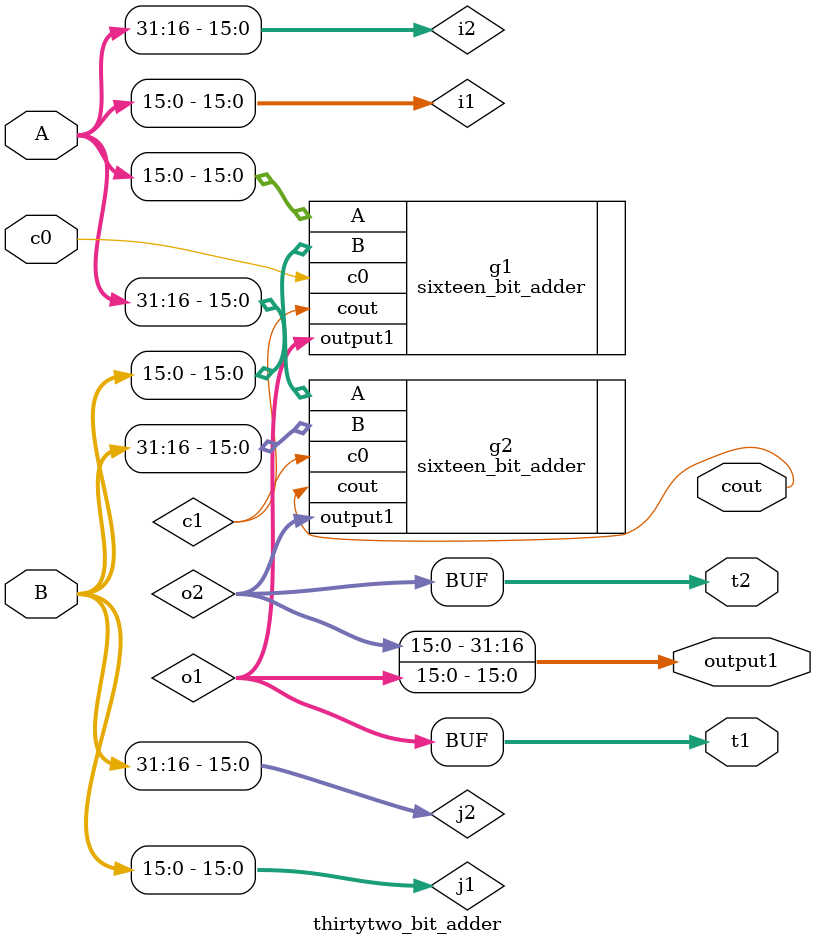
<source format=v>
`timescale 1ns / 1ps


module thirtytwo_bit_adder(
    
    input [31:0] A,
    input [31:0] B,
    input c0,
    output [31:0] output1,
    output cout,
    output [15:0] t1,
    output [15:0] t2
    
    );
    
    wire [15:0] i1, i2, j1, j2, o1, o2;
    wire c1;
    
    assign i1 = A[15:0];
    assign i2 = A[31:16];
    assign j1 = B[15:0];
    assign j2 = B[31:16];
    
    
    sixteen_bit_adder g1(.A(i1), .B(j1), .c0(c0), .output1(o1), .cout(c1));
    sixteen_bit_adder g2(.A(i2), .B(j2), .c0(c1), .output1(o2), .cout(cout));
     
    assign output1[15:0] = o1;
    assign output1[31:16] = o2;
    
    assign t1 = o1;
    assign t2 = o2;
    
    
    
    
endmodule
</source>
